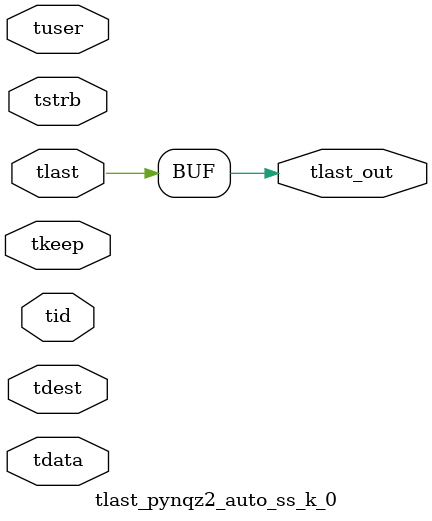
<source format=v>


`timescale 1ps/1ps

module tlast_pynqz2_auto_ss_k_0 #
(
parameter C_S_AXIS_TID_WIDTH   = 1,
parameter C_S_AXIS_TUSER_WIDTH = 0,
parameter C_S_AXIS_TDATA_WIDTH = 0,
parameter C_S_AXIS_TDEST_WIDTH = 0
)
(
input  [(C_S_AXIS_TID_WIDTH   == 0 ? 1 : C_S_AXIS_TID_WIDTH)-1:0       ] tid,
input  [(C_S_AXIS_TDATA_WIDTH == 0 ? 1 : C_S_AXIS_TDATA_WIDTH)-1:0     ] tdata,
input  [(C_S_AXIS_TUSER_WIDTH == 0 ? 1 : C_S_AXIS_TUSER_WIDTH)-1:0     ] tuser,
input  [(C_S_AXIS_TDEST_WIDTH == 0 ? 1 : C_S_AXIS_TDEST_WIDTH)-1:0     ] tdest,
input  [(C_S_AXIS_TDATA_WIDTH/8)-1:0 ] tkeep,
input  [(C_S_AXIS_TDATA_WIDTH/8)-1:0 ] tstrb,
input  [0:0]                                                             tlast,
output                                                                   tlast_out
);

assign tlast_out = {tlast};

endmodule


</source>
